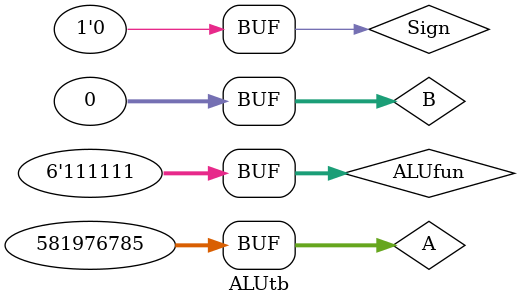
<source format=v>
module ALUtb;
  reg[31:0] A,B;
  reg[5:0] ALUfun;
  reg Sign;
  wire[31:0] S;
  ALU testALU(A,B,ALUfun,Sign,S);
  initial
   begin
     /*
     //test for adder:
     A=32'b1101_1010_1111_1011_0000_0010_0001_1001;
     B=32'b0010_0010_1011_0000_0100_0010_1101_0001; 
     Sign=1'b0;
     ALUfun=6'b000000; //add
     #50 ALUfun=6'b000001; //sub
     */
     /*
     //test for logic:
     A=32'b1101_1010_1111_1011_0000_0010_0001_1001;
     B=32'b0010_0010_1011_0000_0100_0010_1101_0001;
     Sign=1'b0;
     ALUfun=6'b011000;  //AND
     #50 ALUfun=6'b011110;  //OR
     #50 ALUfun=6'b010110;  //XOR
     #50 ALUfun=6'b010001;  //NOR
     #50 ALUfun=6'b011010;  //"A"
     */
     /*
     //test for shift:
     A=32'b0000_0000_0000_0000_0000_0000_0001_1001;
     B=32'b0010_0010_1011_0000_0100_0010_1101_0001;  //B[31]=0
     Sign=1'b0;
     ALUfun=6'b100000;  //SLL
     #50 ALUfun=6'b100001;  //SRL
     #50 ALUfun=6'b100011;  //SRA
     #50 B=32'b1010_0010_1011_0000_0100_0010_1101_0001;  //B[31]=1
     */
     //test for compare:
     A=32'b0010_0010_1011_0000_0100_0010_1101_0001;
     B=32'b0010_0010_1011_0000_0100_0010_1101_0001;
     Sign=1'b0;
     ALUfun=6'b110011;  //EQ;
     #50 ALUfun=6'b110001;  //NEQ
     #50 ALUfun=6'b110101;  //LT
     #50 B=32'b0000_0000_0000_0000_0000_0000_0000_0000;
     ALUfun=6'b111101;  //LEZ
     #50 ALUfun=6'b111001;  //GEZ
     #50 ALUfun=6'b111111;  //GTZ
   end
 endmodule
</source>
